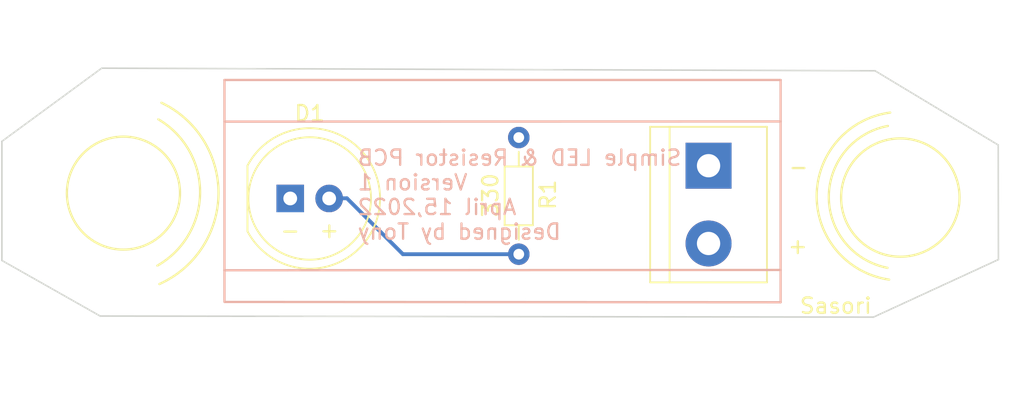
<source format=kicad_pcb>
(kicad_pcb (version 20211014) (generator pcbnew)
  (title_block (title "A very simple PCB") (date "2022-04-10") (rev "1") (company "SASORI") (comment 1 "Design by Tony "))
  (layers (0 "F.Cu" signal) (31 "B.Cu" signal) (34 "B.Paste" user) (35 "F.Paste" user) (36 "B.SilkS" user "B.Silkscreen") (37 "F.SilkS" user "F.Silkscreen") (38 "B.Mask" user) (39 "F.Mask" user) (44 "Edge.Cuts" user))
  (net 0 "")
  (net 1 "Net-(D1-Pad2)")
  (net 2 "+5V")
  (net 3 "GND")
  (footprint "Resistor_THT:R_Axial_DIN0204_L3.6mm_D1.6mm_P7.62mm_Horizontal" (layer "F.Cu") (at 127.82 69.96 90)
    (fp_text reference "R1" (at 3.88 1.9 90) (layer "F.SilkS"))
    (fp_text value "R")
    (fp_line (start 0.94 0) (end 1.89 0) (layer "F.SilkS") (width 0.12))
    (fp_line (start 1.89 0.92) (end 5.73 0.92) (layer "F.SilkS") (width 0.12))
    (fp_line (start 1.89 -0.92) (end 1.89 0.92) (layer "F.SilkS") (width 0.12))
    (fp_line (start 5.73 -0.92) (end 1.89 -0.92) (layer "F.SilkS") (width 0.12))
    (fp_line (start 5.73 0.92) (end 5.73 -0.92) (layer "F.SilkS") (width 0.12))
    (fp_line (start 6.68 0) (end 5.73 0) (layer "F.SilkS") (width 0.12))
    (pad "1" thru_hole circle (at 0 0 90) (size 1.4 1.4) (drill 0.7) (layers *.Cu *.Mask) (net 1 "Net-(D1-Pad2)"))
    (pad "2" thru_hole oval (at 7.62 0 90) (size 1.4 1.4) (drill 0.7) (layers *.Cu *.Mask) (net 2 "+5V"))
  )
  (footprint "LED_THT:LED_D8.0mm" (layer "F.Cu") (at 112.91 66.32)
    (fp_text reference "D1" (at 1.27 -5.56) (layer "F.SilkS"))
    (fp_text value "D")
    (fp_line (start -2.79 -2.142) (end -2.79 2.142) (layer "F.SilkS") (width 0.12))
    (fp_arc (start -2.79 -2.141145) (mid 2.373119 -4.455472) (end 5.86 0.000486) (layer "F.SilkS") (width 0.12))
    (fp_arc (start 5.86 -0.000486) (mid 2.373119 4.455472) (end -2.79 2.141145) (layer "F.SilkS") (width 0.12))
    (fp_circle (center 1.27 0) (end 5.27 0) (layer "F.SilkS") (width 0.12) (fill none))
    (pad "1" thru_hole rect (at 0 0) (size 1.8 1.8) (drill 0.9) (layers *.Cu *.Mask) (net 3 "GND"))
    (pad "2" thru_hole circle (at 2.54 0) (size 1.8 1.8) (drill 0.9) (layers *.Cu *.Mask) (net 1 "Net-(D1-Pad2)"))
  )
  (footprint "MountingHole:MountingHole_2.7mm" (layer "F.Cu") (at 152.73 66.25)
    (fp_text reference "REF**" hide)
    (fp_text value "MountingHole_2.7mm")
    (pad "" np_thru_hole circle (at 0 0) (size 2.7 2.7) (drill 2.7) (layers F&B.Cu *.Mask))
  )
  (footprint "MountingHole:MountingHole_2.7mm" (layer "F.Cu") (at 102.03 65.96)
    (fp_text reference "REF**" hide)
    (fp_text value "MountingHole_2.7mm")
    (pad "" np_thru_hole circle (at 0 0) (size 2.7 2.7) (drill 2.7) (layers F&B.Cu *.Mask))
  )
  (footprint "TerminalBlock:TerminalBlock_bornier-2_P5.08mm" (layer "F.Cu") (at 140.2 64.18 -90)
    (fp_text reference "REF**" hide)
    (fp_text value "TerminalBlock_bornier-2_P5.08mm")
    (fp_line (start -2.54 -3.81) (end -2.54 3.81) (layer "F.SilkS") (width 0.12))
    (fp_line (start -2.54 3.81) (end 7.62 3.81) (layer "F.SilkS") (width 0.12))
    (fp_line (start 7.62 2.54) (end -2.54 2.54) (layer "F.SilkS") (width 0.12))
    (fp_line (start 7.62 -3.81) (end -2.54 -3.81) (layer "F.SilkS") (width 0.12))
    (fp_line (start 7.62 3.81) (end 7.62 -3.81) (layer "F.SilkS") (width 0.12))
    (pad "1" thru_hole rect (at 0 0 270) (size 3 3) (drill 1.52) (layers *.Cu *.Mask))
    (pad "2" thru_hole circle (at 5.08 0 270) (size 3 3) (drill 1.52) (layers *.Cu *.Mask))
  )
  (gr_line (start 108.62 61.3) (end 144.9 61.29) (layer "B.SilkS") (width 0.15))
  (gr_line (start 144.9 73.1) (end 108.63 73.08) (layer "B.SilkS") (width 0.15))
  (gr_line (start 108.62 73.07) (end 108.62 58.58) (layer "B.SilkS") (width 0.15))
  (gr_line (start 144.9 73.1) (end 144.9 58.58) (layer "B.SilkS") (width 0.15))
  (gr_line (start 144.9 58.58) (end 108.62 58.58) (layer "B.SilkS") (width 0.15))
  (gr_line (start 108.61 71.01) (end 144.9 70.99) (layer "B.SilkS") (width 0.15))
  (gr_arc (start 151.98 71.619999) (mid 147.254574 66.135724) (end 152.047919 60.710711) (layer "F.SilkS") (width 0.15))
  (gr_arc (start 104.307654 61.15) (mid 107.03 65.946026) (end 104.245312 70.706126) (layer "F.SilkS") (width 0.15))
  (gr_arc (start 151.87 70.85) (mid 148.045259 66.205252) (end 151.898983 61.584523) (layer "F.SilkS") (width 0.15))
  (gr_circle (center 152.71 66.26) (end 153.41 70.06) (layer "F.SilkS") (width 0.15) (fill none))
  (gr_arc (start 104.50874 60.067486) (mid 108.23 66.03) (end 104.377073 71.908291) (layer "F.SilkS") (width 0.15))
  (gr_circle (center 102.03 65.97) (end 102.03 69.66) (layer "F.SilkS") (width 0.15) (fill none))
  (gr_line (start 159.11 70.31) (end 150.96 74.07) (layer "Edge.Cuts") (width 0.1))
  (gr_line (start 151.06 57.98) (end 159.1 62.83) (layer "Edge.Cuts") (width 0.1))
  (gr_line (start 159.1 62.83) (end 159.11 70.31) (layer "Edge.Cuts") (width 0.1))
  (gr_line (start 100.61 57.81) (end 151.06 57.98) (layer "Edge.Cuts") (width 0.1))
  (gr_line (start 150.96 74.07) (end 100.51 74) (layer "Edge.Cuts") (width 0.1))
  (gr_line (start 94.1 70.37) (end 94.1 62.59) (layer "Edge.Cuts") (width 0.1))
  (gr_line (start 94.1 62.59) (end 100.61 57.81) (layer "Edge.Cuts") (width 0.1))
  (gr_line (start 100.51 74) (end 94.1 70.37) (layer "Edge.Cuts") (width 0.1))
  (gr_text "Simple LED & Resistor PCB\nVersion 1\nApril 15,2022\nDesigned by Tony" (at 117.22 66.08) (layer "B.SilkS") (effects (font (size 1 1)) (justify right mirror)))
  (gr_text "-" (at 146.07 64.26) (layer "F.SilkS") (effects (font (size 1 1))))
  (gr_text "+" (at 145.95 69.5 90) (layer "F.SilkS") (effects (font (size 1 1))))
  (gr_text "Sasori" (at 148.5 73.33) (layer "F.SilkS") (effects (font (size 1 1))))
  (gr_text "-" (at 112.91 68.41) (layer "F.SilkS") (effects (font (size 1 1))))
  (gr_text "330" (at 125.97 66.11 90) (layer "F.SilkS") (effects (font (size 1 1))))
  (gr_text "+" (at 115.46 68.39) (layer "F.SilkS") (effects (font (size 1 1))))
  (segment (start 116.61 66.31) (end 115.46 66.31) (width 0.25) (layer "B.Cu") (net 1))
  (segment (start 115.46 66.31) (end 115.45 66.32) (width 0.25) (layer "B.Cu") (net 1))
  (segment (start 127.82 69.96) (end 120.26 69.96) (width 0.25) (layer "B.Cu") (net 1))
  (segment (start 120.26 69.96) (end 116.61 66.31) (width 0.25) (layer "B.Cu") (net 1))
)
</source>
